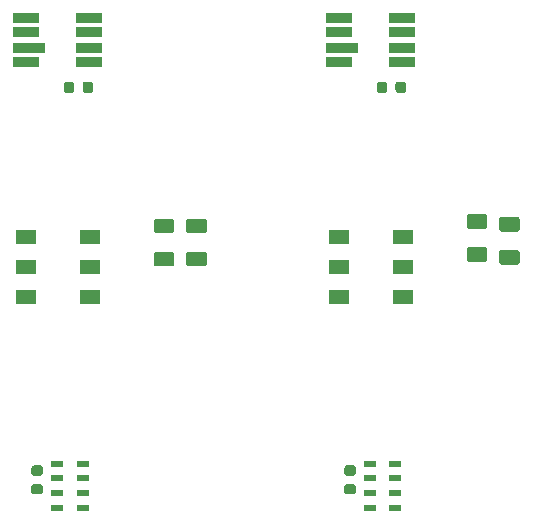
<source format=gbr>
G04 #@! TF.GenerationSoftware,KiCad,Pcbnew,(5.1.4)-1*
G04 #@! TF.CreationDate,2020-07-05T13:48:23-04:00*
G04 #@! TF.ProjectId,Pressure_sensor_daughterboard-MS5607-MS5803,50726573-7375-4726-955f-73656e736f72,1.2*
G04 #@! TF.SameCoordinates,Original*
G04 #@! TF.FileFunction,Paste,Top*
G04 #@! TF.FilePolarity,Positive*
%FSLAX46Y46*%
G04 Gerber Fmt 4.6, Leading zero omitted, Abs format (unit mm)*
G04 Created by KiCad (PCBNEW (5.1.4)-1) date 2020-07-05 13:48:23*
%MOMM*%
%LPD*%
G04 APERTURE LIST*
%ADD10R,1.100000X0.600000*%
%ADD11R,2.250000X0.900000*%
%ADD12R,2.800000X0.900000*%
%ADD13C,0.100000*%
%ADD14C,1.250000*%
%ADD15R,1.680000X1.270000*%
%ADD16C,0.875000*%
G04 APERTURE END LIST*
D10*
X156600000Y-86125000D03*
X156600000Y-87375000D03*
X156600000Y-88625000D03*
X156600000Y-89875000D03*
X154400000Y-89875000D03*
X154400000Y-88625000D03*
X154400000Y-87375000D03*
X154400000Y-86125000D03*
D11*
X157180000Y-48350000D03*
X157180000Y-49600000D03*
X157180000Y-50900000D03*
X157180000Y-52150000D03*
X151820000Y-52150000D03*
D12*
X152090000Y-50900000D03*
D11*
X151820000Y-49600000D03*
X151820000Y-48350000D03*
D13*
G36*
X166899504Y-68026204D02*
G01*
X166923773Y-68029804D01*
X166947571Y-68035765D01*
X166970671Y-68044030D01*
X166992849Y-68054520D01*
X167013893Y-68067133D01*
X167033598Y-68081747D01*
X167051777Y-68098223D01*
X167068253Y-68116402D01*
X167082867Y-68136107D01*
X167095480Y-68157151D01*
X167105970Y-68179329D01*
X167114235Y-68202429D01*
X167120196Y-68226227D01*
X167123796Y-68250496D01*
X167125000Y-68275000D01*
X167125000Y-69025000D01*
X167123796Y-69049504D01*
X167120196Y-69073773D01*
X167114235Y-69097571D01*
X167105970Y-69120671D01*
X167095480Y-69142849D01*
X167082867Y-69163893D01*
X167068253Y-69183598D01*
X167051777Y-69201777D01*
X167033598Y-69218253D01*
X167013893Y-69232867D01*
X166992849Y-69245480D01*
X166970671Y-69255970D01*
X166947571Y-69264235D01*
X166923773Y-69270196D01*
X166899504Y-69273796D01*
X166875000Y-69275000D01*
X165625000Y-69275000D01*
X165600496Y-69273796D01*
X165576227Y-69270196D01*
X165552429Y-69264235D01*
X165529329Y-69255970D01*
X165507151Y-69245480D01*
X165486107Y-69232867D01*
X165466402Y-69218253D01*
X165448223Y-69201777D01*
X165431747Y-69183598D01*
X165417133Y-69163893D01*
X165404520Y-69142849D01*
X165394030Y-69120671D01*
X165385765Y-69097571D01*
X165379804Y-69073773D01*
X165376204Y-69049504D01*
X165375000Y-69025000D01*
X165375000Y-68275000D01*
X165376204Y-68250496D01*
X165379804Y-68226227D01*
X165385765Y-68202429D01*
X165394030Y-68179329D01*
X165404520Y-68157151D01*
X165417133Y-68136107D01*
X165431747Y-68116402D01*
X165448223Y-68098223D01*
X165466402Y-68081747D01*
X165486107Y-68067133D01*
X165507151Y-68054520D01*
X165529329Y-68044030D01*
X165552429Y-68035765D01*
X165576227Y-68029804D01*
X165600496Y-68026204D01*
X165625000Y-68025000D01*
X166875000Y-68025000D01*
X166899504Y-68026204D01*
X166899504Y-68026204D01*
G37*
D14*
X166250000Y-68650000D03*
D13*
G36*
X166899504Y-65226204D02*
G01*
X166923773Y-65229804D01*
X166947571Y-65235765D01*
X166970671Y-65244030D01*
X166992849Y-65254520D01*
X167013893Y-65267133D01*
X167033598Y-65281747D01*
X167051777Y-65298223D01*
X167068253Y-65316402D01*
X167082867Y-65336107D01*
X167095480Y-65357151D01*
X167105970Y-65379329D01*
X167114235Y-65402429D01*
X167120196Y-65426227D01*
X167123796Y-65450496D01*
X167125000Y-65475000D01*
X167125000Y-66225000D01*
X167123796Y-66249504D01*
X167120196Y-66273773D01*
X167114235Y-66297571D01*
X167105970Y-66320671D01*
X167095480Y-66342849D01*
X167082867Y-66363893D01*
X167068253Y-66383598D01*
X167051777Y-66401777D01*
X167033598Y-66418253D01*
X167013893Y-66432867D01*
X166992849Y-66445480D01*
X166970671Y-66455970D01*
X166947571Y-66464235D01*
X166923773Y-66470196D01*
X166899504Y-66473796D01*
X166875000Y-66475000D01*
X165625000Y-66475000D01*
X165600496Y-66473796D01*
X165576227Y-66470196D01*
X165552429Y-66464235D01*
X165529329Y-66455970D01*
X165507151Y-66445480D01*
X165486107Y-66432867D01*
X165466402Y-66418253D01*
X165448223Y-66401777D01*
X165431747Y-66383598D01*
X165417133Y-66363893D01*
X165404520Y-66342849D01*
X165394030Y-66320671D01*
X165385765Y-66297571D01*
X165379804Y-66273773D01*
X165376204Y-66249504D01*
X165375000Y-66225000D01*
X165375000Y-65475000D01*
X165376204Y-65450496D01*
X165379804Y-65426227D01*
X165385765Y-65402429D01*
X165394030Y-65379329D01*
X165404520Y-65357151D01*
X165417133Y-65336107D01*
X165431747Y-65316402D01*
X165448223Y-65298223D01*
X165466402Y-65281747D01*
X165486107Y-65267133D01*
X165507151Y-65254520D01*
X165529329Y-65244030D01*
X165552429Y-65235765D01*
X165576227Y-65229804D01*
X165600496Y-65226204D01*
X165625000Y-65225000D01*
X166875000Y-65225000D01*
X166899504Y-65226204D01*
X166899504Y-65226204D01*
G37*
D14*
X166250000Y-65850000D03*
D13*
G36*
X164149504Y-67776204D02*
G01*
X164173773Y-67779804D01*
X164197571Y-67785765D01*
X164220671Y-67794030D01*
X164242849Y-67804520D01*
X164263893Y-67817133D01*
X164283598Y-67831747D01*
X164301777Y-67848223D01*
X164318253Y-67866402D01*
X164332867Y-67886107D01*
X164345480Y-67907151D01*
X164355970Y-67929329D01*
X164364235Y-67952429D01*
X164370196Y-67976227D01*
X164373796Y-68000496D01*
X164375000Y-68025000D01*
X164375000Y-68775000D01*
X164373796Y-68799504D01*
X164370196Y-68823773D01*
X164364235Y-68847571D01*
X164355970Y-68870671D01*
X164345480Y-68892849D01*
X164332867Y-68913893D01*
X164318253Y-68933598D01*
X164301777Y-68951777D01*
X164283598Y-68968253D01*
X164263893Y-68982867D01*
X164242849Y-68995480D01*
X164220671Y-69005970D01*
X164197571Y-69014235D01*
X164173773Y-69020196D01*
X164149504Y-69023796D01*
X164125000Y-69025000D01*
X162875000Y-69025000D01*
X162850496Y-69023796D01*
X162826227Y-69020196D01*
X162802429Y-69014235D01*
X162779329Y-69005970D01*
X162757151Y-68995480D01*
X162736107Y-68982867D01*
X162716402Y-68968253D01*
X162698223Y-68951777D01*
X162681747Y-68933598D01*
X162667133Y-68913893D01*
X162654520Y-68892849D01*
X162644030Y-68870671D01*
X162635765Y-68847571D01*
X162629804Y-68823773D01*
X162626204Y-68799504D01*
X162625000Y-68775000D01*
X162625000Y-68025000D01*
X162626204Y-68000496D01*
X162629804Y-67976227D01*
X162635765Y-67952429D01*
X162644030Y-67929329D01*
X162654520Y-67907151D01*
X162667133Y-67886107D01*
X162681747Y-67866402D01*
X162698223Y-67848223D01*
X162716402Y-67831747D01*
X162736107Y-67817133D01*
X162757151Y-67804520D01*
X162779329Y-67794030D01*
X162802429Y-67785765D01*
X162826227Y-67779804D01*
X162850496Y-67776204D01*
X162875000Y-67775000D01*
X164125000Y-67775000D01*
X164149504Y-67776204D01*
X164149504Y-67776204D01*
G37*
D14*
X163500000Y-68400000D03*
D13*
G36*
X164149504Y-64976204D02*
G01*
X164173773Y-64979804D01*
X164197571Y-64985765D01*
X164220671Y-64994030D01*
X164242849Y-65004520D01*
X164263893Y-65017133D01*
X164283598Y-65031747D01*
X164301777Y-65048223D01*
X164318253Y-65066402D01*
X164332867Y-65086107D01*
X164345480Y-65107151D01*
X164355970Y-65129329D01*
X164364235Y-65152429D01*
X164370196Y-65176227D01*
X164373796Y-65200496D01*
X164375000Y-65225000D01*
X164375000Y-65975000D01*
X164373796Y-65999504D01*
X164370196Y-66023773D01*
X164364235Y-66047571D01*
X164355970Y-66070671D01*
X164345480Y-66092849D01*
X164332867Y-66113893D01*
X164318253Y-66133598D01*
X164301777Y-66151777D01*
X164283598Y-66168253D01*
X164263893Y-66182867D01*
X164242849Y-66195480D01*
X164220671Y-66205970D01*
X164197571Y-66214235D01*
X164173773Y-66220196D01*
X164149504Y-66223796D01*
X164125000Y-66225000D01*
X162875000Y-66225000D01*
X162850496Y-66223796D01*
X162826227Y-66220196D01*
X162802429Y-66214235D01*
X162779329Y-66205970D01*
X162757151Y-66195480D01*
X162736107Y-66182867D01*
X162716402Y-66168253D01*
X162698223Y-66151777D01*
X162681747Y-66133598D01*
X162667133Y-66113893D01*
X162654520Y-66092849D01*
X162644030Y-66070671D01*
X162635765Y-66047571D01*
X162629804Y-66023773D01*
X162626204Y-65999504D01*
X162625000Y-65975000D01*
X162625000Y-65225000D01*
X162626204Y-65200496D01*
X162629804Y-65176227D01*
X162635765Y-65152429D01*
X162644030Y-65129329D01*
X162654520Y-65107151D01*
X162667133Y-65086107D01*
X162681747Y-65066402D01*
X162698223Y-65048223D01*
X162716402Y-65031747D01*
X162736107Y-65017133D01*
X162757151Y-65004520D01*
X162779329Y-64994030D01*
X162802429Y-64985765D01*
X162826227Y-64979804D01*
X162850496Y-64976204D01*
X162875000Y-64975000D01*
X164125000Y-64975000D01*
X164149504Y-64976204D01*
X164149504Y-64976204D01*
G37*
D14*
X163500000Y-65600000D03*
D15*
X151780000Y-72040000D03*
X151780000Y-69500000D03*
X151780000Y-66960000D03*
X157220000Y-72040000D03*
X157220000Y-69500000D03*
X157220000Y-66960000D03*
D13*
G36*
X153027691Y-86276053D02*
G01*
X153048926Y-86279203D01*
X153069750Y-86284419D01*
X153089962Y-86291651D01*
X153109368Y-86300830D01*
X153127781Y-86311866D01*
X153145024Y-86324654D01*
X153160930Y-86339070D01*
X153175346Y-86354976D01*
X153188134Y-86372219D01*
X153199170Y-86390632D01*
X153208349Y-86410038D01*
X153215581Y-86430250D01*
X153220797Y-86451074D01*
X153223947Y-86472309D01*
X153225000Y-86493750D01*
X153225000Y-86931250D01*
X153223947Y-86952691D01*
X153220797Y-86973926D01*
X153215581Y-86994750D01*
X153208349Y-87014962D01*
X153199170Y-87034368D01*
X153188134Y-87052781D01*
X153175346Y-87070024D01*
X153160930Y-87085930D01*
X153145024Y-87100346D01*
X153127781Y-87113134D01*
X153109368Y-87124170D01*
X153089962Y-87133349D01*
X153069750Y-87140581D01*
X153048926Y-87145797D01*
X153027691Y-87148947D01*
X153006250Y-87150000D01*
X152493750Y-87150000D01*
X152472309Y-87148947D01*
X152451074Y-87145797D01*
X152430250Y-87140581D01*
X152410038Y-87133349D01*
X152390632Y-87124170D01*
X152372219Y-87113134D01*
X152354976Y-87100346D01*
X152339070Y-87085930D01*
X152324654Y-87070024D01*
X152311866Y-87052781D01*
X152300830Y-87034368D01*
X152291651Y-87014962D01*
X152284419Y-86994750D01*
X152279203Y-86973926D01*
X152276053Y-86952691D01*
X152275000Y-86931250D01*
X152275000Y-86493750D01*
X152276053Y-86472309D01*
X152279203Y-86451074D01*
X152284419Y-86430250D01*
X152291651Y-86410038D01*
X152300830Y-86390632D01*
X152311866Y-86372219D01*
X152324654Y-86354976D01*
X152339070Y-86339070D01*
X152354976Y-86324654D01*
X152372219Y-86311866D01*
X152390632Y-86300830D01*
X152410038Y-86291651D01*
X152430250Y-86284419D01*
X152451074Y-86279203D01*
X152472309Y-86276053D01*
X152493750Y-86275000D01*
X153006250Y-86275000D01*
X153027691Y-86276053D01*
X153027691Y-86276053D01*
G37*
D16*
X152750000Y-86712500D03*
D13*
G36*
X153027691Y-87851053D02*
G01*
X153048926Y-87854203D01*
X153069750Y-87859419D01*
X153089962Y-87866651D01*
X153109368Y-87875830D01*
X153127781Y-87886866D01*
X153145024Y-87899654D01*
X153160930Y-87914070D01*
X153175346Y-87929976D01*
X153188134Y-87947219D01*
X153199170Y-87965632D01*
X153208349Y-87985038D01*
X153215581Y-88005250D01*
X153220797Y-88026074D01*
X153223947Y-88047309D01*
X153225000Y-88068750D01*
X153225000Y-88506250D01*
X153223947Y-88527691D01*
X153220797Y-88548926D01*
X153215581Y-88569750D01*
X153208349Y-88589962D01*
X153199170Y-88609368D01*
X153188134Y-88627781D01*
X153175346Y-88645024D01*
X153160930Y-88660930D01*
X153145024Y-88675346D01*
X153127781Y-88688134D01*
X153109368Y-88699170D01*
X153089962Y-88708349D01*
X153069750Y-88715581D01*
X153048926Y-88720797D01*
X153027691Y-88723947D01*
X153006250Y-88725000D01*
X152493750Y-88725000D01*
X152472309Y-88723947D01*
X152451074Y-88720797D01*
X152430250Y-88715581D01*
X152410038Y-88708349D01*
X152390632Y-88699170D01*
X152372219Y-88688134D01*
X152354976Y-88675346D01*
X152339070Y-88660930D01*
X152324654Y-88645024D01*
X152311866Y-88627781D01*
X152300830Y-88609368D01*
X152291651Y-88589962D01*
X152284419Y-88569750D01*
X152279203Y-88548926D01*
X152276053Y-88527691D01*
X152275000Y-88506250D01*
X152275000Y-88068750D01*
X152276053Y-88047309D01*
X152279203Y-88026074D01*
X152284419Y-88005250D01*
X152291651Y-87985038D01*
X152300830Y-87965632D01*
X152311866Y-87947219D01*
X152324654Y-87929976D01*
X152339070Y-87914070D01*
X152354976Y-87899654D01*
X152372219Y-87886866D01*
X152390632Y-87875830D01*
X152410038Y-87866651D01*
X152430250Y-87859419D01*
X152451074Y-87854203D01*
X152472309Y-87851053D01*
X152493750Y-87850000D01*
X153006250Y-87850000D01*
X153027691Y-87851053D01*
X153027691Y-87851053D01*
G37*
D16*
X152750000Y-88287500D03*
D13*
G36*
X157277691Y-53776053D02*
G01*
X157298926Y-53779203D01*
X157319750Y-53784419D01*
X157339962Y-53791651D01*
X157359368Y-53800830D01*
X157377781Y-53811866D01*
X157395024Y-53824654D01*
X157410930Y-53839070D01*
X157425346Y-53854976D01*
X157438134Y-53872219D01*
X157449170Y-53890632D01*
X157458349Y-53910038D01*
X157465581Y-53930250D01*
X157470797Y-53951074D01*
X157473947Y-53972309D01*
X157475000Y-53993750D01*
X157475000Y-54506250D01*
X157473947Y-54527691D01*
X157470797Y-54548926D01*
X157465581Y-54569750D01*
X157458349Y-54589962D01*
X157449170Y-54609368D01*
X157438134Y-54627781D01*
X157425346Y-54645024D01*
X157410930Y-54660930D01*
X157395024Y-54675346D01*
X157377781Y-54688134D01*
X157359368Y-54699170D01*
X157339962Y-54708349D01*
X157319750Y-54715581D01*
X157298926Y-54720797D01*
X157277691Y-54723947D01*
X157256250Y-54725000D01*
X156818750Y-54725000D01*
X156797309Y-54723947D01*
X156776074Y-54720797D01*
X156755250Y-54715581D01*
X156735038Y-54708349D01*
X156715632Y-54699170D01*
X156697219Y-54688134D01*
X156679976Y-54675346D01*
X156664070Y-54660930D01*
X156649654Y-54645024D01*
X156636866Y-54627781D01*
X156625830Y-54609368D01*
X156616651Y-54589962D01*
X156609419Y-54569750D01*
X156604203Y-54548926D01*
X156601053Y-54527691D01*
X156600000Y-54506250D01*
X156600000Y-53993750D01*
X156601053Y-53972309D01*
X156604203Y-53951074D01*
X156609419Y-53930250D01*
X156616651Y-53910038D01*
X156625830Y-53890632D01*
X156636866Y-53872219D01*
X156649654Y-53854976D01*
X156664070Y-53839070D01*
X156679976Y-53824654D01*
X156697219Y-53811866D01*
X156715632Y-53800830D01*
X156735038Y-53791651D01*
X156755250Y-53784419D01*
X156776074Y-53779203D01*
X156797309Y-53776053D01*
X156818750Y-53775000D01*
X157256250Y-53775000D01*
X157277691Y-53776053D01*
X157277691Y-53776053D01*
G37*
D16*
X157037500Y-54250000D03*
D13*
G36*
X155702691Y-53776053D02*
G01*
X155723926Y-53779203D01*
X155744750Y-53784419D01*
X155764962Y-53791651D01*
X155784368Y-53800830D01*
X155802781Y-53811866D01*
X155820024Y-53824654D01*
X155835930Y-53839070D01*
X155850346Y-53854976D01*
X155863134Y-53872219D01*
X155874170Y-53890632D01*
X155883349Y-53910038D01*
X155890581Y-53930250D01*
X155895797Y-53951074D01*
X155898947Y-53972309D01*
X155900000Y-53993750D01*
X155900000Y-54506250D01*
X155898947Y-54527691D01*
X155895797Y-54548926D01*
X155890581Y-54569750D01*
X155883349Y-54589962D01*
X155874170Y-54609368D01*
X155863134Y-54627781D01*
X155850346Y-54645024D01*
X155835930Y-54660930D01*
X155820024Y-54675346D01*
X155802781Y-54688134D01*
X155784368Y-54699170D01*
X155764962Y-54708349D01*
X155744750Y-54715581D01*
X155723926Y-54720797D01*
X155702691Y-54723947D01*
X155681250Y-54725000D01*
X155243750Y-54725000D01*
X155222309Y-54723947D01*
X155201074Y-54720797D01*
X155180250Y-54715581D01*
X155160038Y-54708349D01*
X155140632Y-54699170D01*
X155122219Y-54688134D01*
X155104976Y-54675346D01*
X155089070Y-54660930D01*
X155074654Y-54645024D01*
X155061866Y-54627781D01*
X155050830Y-54609368D01*
X155041651Y-54589962D01*
X155034419Y-54569750D01*
X155029203Y-54548926D01*
X155026053Y-54527691D01*
X155025000Y-54506250D01*
X155025000Y-53993750D01*
X155026053Y-53972309D01*
X155029203Y-53951074D01*
X155034419Y-53930250D01*
X155041651Y-53910038D01*
X155050830Y-53890632D01*
X155061866Y-53872219D01*
X155074654Y-53854976D01*
X155089070Y-53839070D01*
X155104976Y-53824654D01*
X155122219Y-53811866D01*
X155140632Y-53800830D01*
X155160038Y-53791651D01*
X155180250Y-53784419D01*
X155201074Y-53779203D01*
X155222309Y-53776053D01*
X155243750Y-53775000D01*
X155681250Y-53775000D01*
X155702691Y-53776053D01*
X155702691Y-53776053D01*
G37*
D16*
X155462500Y-54250000D03*
D15*
X125280000Y-72040000D03*
X125280000Y-69500000D03*
X125280000Y-66960000D03*
X130720000Y-72040000D03*
X130720000Y-69500000D03*
X130720000Y-66960000D03*
D13*
G36*
X130777691Y-53776053D02*
G01*
X130798926Y-53779203D01*
X130819750Y-53784419D01*
X130839962Y-53791651D01*
X130859368Y-53800830D01*
X130877781Y-53811866D01*
X130895024Y-53824654D01*
X130910930Y-53839070D01*
X130925346Y-53854976D01*
X130938134Y-53872219D01*
X130949170Y-53890632D01*
X130958349Y-53910038D01*
X130965581Y-53930250D01*
X130970797Y-53951074D01*
X130973947Y-53972309D01*
X130975000Y-53993750D01*
X130975000Y-54506250D01*
X130973947Y-54527691D01*
X130970797Y-54548926D01*
X130965581Y-54569750D01*
X130958349Y-54589962D01*
X130949170Y-54609368D01*
X130938134Y-54627781D01*
X130925346Y-54645024D01*
X130910930Y-54660930D01*
X130895024Y-54675346D01*
X130877781Y-54688134D01*
X130859368Y-54699170D01*
X130839962Y-54708349D01*
X130819750Y-54715581D01*
X130798926Y-54720797D01*
X130777691Y-54723947D01*
X130756250Y-54725000D01*
X130318750Y-54725000D01*
X130297309Y-54723947D01*
X130276074Y-54720797D01*
X130255250Y-54715581D01*
X130235038Y-54708349D01*
X130215632Y-54699170D01*
X130197219Y-54688134D01*
X130179976Y-54675346D01*
X130164070Y-54660930D01*
X130149654Y-54645024D01*
X130136866Y-54627781D01*
X130125830Y-54609368D01*
X130116651Y-54589962D01*
X130109419Y-54569750D01*
X130104203Y-54548926D01*
X130101053Y-54527691D01*
X130100000Y-54506250D01*
X130100000Y-53993750D01*
X130101053Y-53972309D01*
X130104203Y-53951074D01*
X130109419Y-53930250D01*
X130116651Y-53910038D01*
X130125830Y-53890632D01*
X130136866Y-53872219D01*
X130149654Y-53854976D01*
X130164070Y-53839070D01*
X130179976Y-53824654D01*
X130197219Y-53811866D01*
X130215632Y-53800830D01*
X130235038Y-53791651D01*
X130255250Y-53784419D01*
X130276074Y-53779203D01*
X130297309Y-53776053D01*
X130318750Y-53775000D01*
X130756250Y-53775000D01*
X130777691Y-53776053D01*
X130777691Y-53776053D01*
G37*
D16*
X130537500Y-54250000D03*
D13*
G36*
X129202691Y-53776053D02*
G01*
X129223926Y-53779203D01*
X129244750Y-53784419D01*
X129264962Y-53791651D01*
X129284368Y-53800830D01*
X129302781Y-53811866D01*
X129320024Y-53824654D01*
X129335930Y-53839070D01*
X129350346Y-53854976D01*
X129363134Y-53872219D01*
X129374170Y-53890632D01*
X129383349Y-53910038D01*
X129390581Y-53930250D01*
X129395797Y-53951074D01*
X129398947Y-53972309D01*
X129400000Y-53993750D01*
X129400000Y-54506250D01*
X129398947Y-54527691D01*
X129395797Y-54548926D01*
X129390581Y-54569750D01*
X129383349Y-54589962D01*
X129374170Y-54609368D01*
X129363134Y-54627781D01*
X129350346Y-54645024D01*
X129335930Y-54660930D01*
X129320024Y-54675346D01*
X129302781Y-54688134D01*
X129284368Y-54699170D01*
X129264962Y-54708349D01*
X129244750Y-54715581D01*
X129223926Y-54720797D01*
X129202691Y-54723947D01*
X129181250Y-54725000D01*
X128743750Y-54725000D01*
X128722309Y-54723947D01*
X128701074Y-54720797D01*
X128680250Y-54715581D01*
X128660038Y-54708349D01*
X128640632Y-54699170D01*
X128622219Y-54688134D01*
X128604976Y-54675346D01*
X128589070Y-54660930D01*
X128574654Y-54645024D01*
X128561866Y-54627781D01*
X128550830Y-54609368D01*
X128541651Y-54589962D01*
X128534419Y-54569750D01*
X128529203Y-54548926D01*
X128526053Y-54527691D01*
X128525000Y-54506250D01*
X128525000Y-53993750D01*
X128526053Y-53972309D01*
X128529203Y-53951074D01*
X128534419Y-53930250D01*
X128541651Y-53910038D01*
X128550830Y-53890632D01*
X128561866Y-53872219D01*
X128574654Y-53854976D01*
X128589070Y-53839070D01*
X128604976Y-53824654D01*
X128622219Y-53811866D01*
X128640632Y-53800830D01*
X128660038Y-53791651D01*
X128680250Y-53784419D01*
X128701074Y-53779203D01*
X128722309Y-53776053D01*
X128743750Y-53775000D01*
X129181250Y-53775000D01*
X129202691Y-53776053D01*
X129202691Y-53776053D01*
G37*
D16*
X128962500Y-54250000D03*
D11*
X130680000Y-48350000D03*
X130680000Y-49600000D03*
X130680000Y-50900000D03*
X130680000Y-52150000D03*
X125320000Y-52150000D03*
D12*
X125590000Y-50900000D03*
D11*
X125320000Y-49600000D03*
X125320000Y-48350000D03*
D10*
X130100000Y-86125000D03*
X130100000Y-87375000D03*
X130100000Y-88625000D03*
X130100000Y-89875000D03*
X127900000Y-89875000D03*
X127900000Y-88625000D03*
X127900000Y-87375000D03*
X127900000Y-86125000D03*
D13*
G36*
X140399504Y-68176204D02*
G01*
X140423773Y-68179804D01*
X140447571Y-68185765D01*
X140470671Y-68194030D01*
X140492849Y-68204520D01*
X140513893Y-68217133D01*
X140533598Y-68231747D01*
X140551777Y-68248223D01*
X140568253Y-68266402D01*
X140582867Y-68286107D01*
X140595480Y-68307151D01*
X140605970Y-68329329D01*
X140614235Y-68352429D01*
X140620196Y-68376227D01*
X140623796Y-68400496D01*
X140625000Y-68425000D01*
X140625000Y-69175000D01*
X140623796Y-69199504D01*
X140620196Y-69223773D01*
X140614235Y-69247571D01*
X140605970Y-69270671D01*
X140595480Y-69292849D01*
X140582867Y-69313893D01*
X140568253Y-69333598D01*
X140551777Y-69351777D01*
X140533598Y-69368253D01*
X140513893Y-69382867D01*
X140492849Y-69395480D01*
X140470671Y-69405970D01*
X140447571Y-69414235D01*
X140423773Y-69420196D01*
X140399504Y-69423796D01*
X140375000Y-69425000D01*
X139125000Y-69425000D01*
X139100496Y-69423796D01*
X139076227Y-69420196D01*
X139052429Y-69414235D01*
X139029329Y-69405970D01*
X139007151Y-69395480D01*
X138986107Y-69382867D01*
X138966402Y-69368253D01*
X138948223Y-69351777D01*
X138931747Y-69333598D01*
X138917133Y-69313893D01*
X138904520Y-69292849D01*
X138894030Y-69270671D01*
X138885765Y-69247571D01*
X138879804Y-69223773D01*
X138876204Y-69199504D01*
X138875000Y-69175000D01*
X138875000Y-68425000D01*
X138876204Y-68400496D01*
X138879804Y-68376227D01*
X138885765Y-68352429D01*
X138894030Y-68329329D01*
X138904520Y-68307151D01*
X138917133Y-68286107D01*
X138931747Y-68266402D01*
X138948223Y-68248223D01*
X138966402Y-68231747D01*
X138986107Y-68217133D01*
X139007151Y-68204520D01*
X139029329Y-68194030D01*
X139052429Y-68185765D01*
X139076227Y-68179804D01*
X139100496Y-68176204D01*
X139125000Y-68175000D01*
X140375000Y-68175000D01*
X140399504Y-68176204D01*
X140399504Y-68176204D01*
G37*
D14*
X139750000Y-68800000D03*
D13*
G36*
X140399504Y-65376204D02*
G01*
X140423773Y-65379804D01*
X140447571Y-65385765D01*
X140470671Y-65394030D01*
X140492849Y-65404520D01*
X140513893Y-65417133D01*
X140533598Y-65431747D01*
X140551777Y-65448223D01*
X140568253Y-65466402D01*
X140582867Y-65486107D01*
X140595480Y-65507151D01*
X140605970Y-65529329D01*
X140614235Y-65552429D01*
X140620196Y-65576227D01*
X140623796Y-65600496D01*
X140625000Y-65625000D01*
X140625000Y-66375000D01*
X140623796Y-66399504D01*
X140620196Y-66423773D01*
X140614235Y-66447571D01*
X140605970Y-66470671D01*
X140595480Y-66492849D01*
X140582867Y-66513893D01*
X140568253Y-66533598D01*
X140551777Y-66551777D01*
X140533598Y-66568253D01*
X140513893Y-66582867D01*
X140492849Y-66595480D01*
X140470671Y-66605970D01*
X140447571Y-66614235D01*
X140423773Y-66620196D01*
X140399504Y-66623796D01*
X140375000Y-66625000D01*
X139125000Y-66625000D01*
X139100496Y-66623796D01*
X139076227Y-66620196D01*
X139052429Y-66614235D01*
X139029329Y-66605970D01*
X139007151Y-66595480D01*
X138986107Y-66582867D01*
X138966402Y-66568253D01*
X138948223Y-66551777D01*
X138931747Y-66533598D01*
X138917133Y-66513893D01*
X138904520Y-66492849D01*
X138894030Y-66470671D01*
X138885765Y-66447571D01*
X138879804Y-66423773D01*
X138876204Y-66399504D01*
X138875000Y-66375000D01*
X138875000Y-65625000D01*
X138876204Y-65600496D01*
X138879804Y-65576227D01*
X138885765Y-65552429D01*
X138894030Y-65529329D01*
X138904520Y-65507151D01*
X138917133Y-65486107D01*
X138931747Y-65466402D01*
X138948223Y-65448223D01*
X138966402Y-65431747D01*
X138986107Y-65417133D01*
X139007151Y-65404520D01*
X139029329Y-65394030D01*
X139052429Y-65385765D01*
X139076227Y-65379804D01*
X139100496Y-65376204D01*
X139125000Y-65375000D01*
X140375000Y-65375000D01*
X140399504Y-65376204D01*
X140399504Y-65376204D01*
G37*
D14*
X139750000Y-66000000D03*
D13*
G36*
X137649504Y-68176204D02*
G01*
X137673773Y-68179804D01*
X137697571Y-68185765D01*
X137720671Y-68194030D01*
X137742849Y-68204520D01*
X137763893Y-68217133D01*
X137783598Y-68231747D01*
X137801777Y-68248223D01*
X137818253Y-68266402D01*
X137832867Y-68286107D01*
X137845480Y-68307151D01*
X137855970Y-68329329D01*
X137864235Y-68352429D01*
X137870196Y-68376227D01*
X137873796Y-68400496D01*
X137875000Y-68425000D01*
X137875000Y-69175000D01*
X137873796Y-69199504D01*
X137870196Y-69223773D01*
X137864235Y-69247571D01*
X137855970Y-69270671D01*
X137845480Y-69292849D01*
X137832867Y-69313893D01*
X137818253Y-69333598D01*
X137801777Y-69351777D01*
X137783598Y-69368253D01*
X137763893Y-69382867D01*
X137742849Y-69395480D01*
X137720671Y-69405970D01*
X137697571Y-69414235D01*
X137673773Y-69420196D01*
X137649504Y-69423796D01*
X137625000Y-69425000D01*
X136375000Y-69425000D01*
X136350496Y-69423796D01*
X136326227Y-69420196D01*
X136302429Y-69414235D01*
X136279329Y-69405970D01*
X136257151Y-69395480D01*
X136236107Y-69382867D01*
X136216402Y-69368253D01*
X136198223Y-69351777D01*
X136181747Y-69333598D01*
X136167133Y-69313893D01*
X136154520Y-69292849D01*
X136144030Y-69270671D01*
X136135765Y-69247571D01*
X136129804Y-69223773D01*
X136126204Y-69199504D01*
X136125000Y-69175000D01*
X136125000Y-68425000D01*
X136126204Y-68400496D01*
X136129804Y-68376227D01*
X136135765Y-68352429D01*
X136144030Y-68329329D01*
X136154520Y-68307151D01*
X136167133Y-68286107D01*
X136181747Y-68266402D01*
X136198223Y-68248223D01*
X136216402Y-68231747D01*
X136236107Y-68217133D01*
X136257151Y-68204520D01*
X136279329Y-68194030D01*
X136302429Y-68185765D01*
X136326227Y-68179804D01*
X136350496Y-68176204D01*
X136375000Y-68175000D01*
X137625000Y-68175000D01*
X137649504Y-68176204D01*
X137649504Y-68176204D01*
G37*
D14*
X137000000Y-68800000D03*
D13*
G36*
X137649504Y-65376204D02*
G01*
X137673773Y-65379804D01*
X137697571Y-65385765D01*
X137720671Y-65394030D01*
X137742849Y-65404520D01*
X137763893Y-65417133D01*
X137783598Y-65431747D01*
X137801777Y-65448223D01*
X137818253Y-65466402D01*
X137832867Y-65486107D01*
X137845480Y-65507151D01*
X137855970Y-65529329D01*
X137864235Y-65552429D01*
X137870196Y-65576227D01*
X137873796Y-65600496D01*
X137875000Y-65625000D01*
X137875000Y-66375000D01*
X137873796Y-66399504D01*
X137870196Y-66423773D01*
X137864235Y-66447571D01*
X137855970Y-66470671D01*
X137845480Y-66492849D01*
X137832867Y-66513893D01*
X137818253Y-66533598D01*
X137801777Y-66551777D01*
X137783598Y-66568253D01*
X137763893Y-66582867D01*
X137742849Y-66595480D01*
X137720671Y-66605970D01*
X137697571Y-66614235D01*
X137673773Y-66620196D01*
X137649504Y-66623796D01*
X137625000Y-66625000D01*
X136375000Y-66625000D01*
X136350496Y-66623796D01*
X136326227Y-66620196D01*
X136302429Y-66614235D01*
X136279329Y-66605970D01*
X136257151Y-66595480D01*
X136236107Y-66582867D01*
X136216402Y-66568253D01*
X136198223Y-66551777D01*
X136181747Y-66533598D01*
X136167133Y-66513893D01*
X136154520Y-66492849D01*
X136144030Y-66470671D01*
X136135765Y-66447571D01*
X136129804Y-66423773D01*
X136126204Y-66399504D01*
X136125000Y-66375000D01*
X136125000Y-65625000D01*
X136126204Y-65600496D01*
X136129804Y-65576227D01*
X136135765Y-65552429D01*
X136144030Y-65529329D01*
X136154520Y-65507151D01*
X136167133Y-65486107D01*
X136181747Y-65466402D01*
X136198223Y-65448223D01*
X136216402Y-65431747D01*
X136236107Y-65417133D01*
X136257151Y-65404520D01*
X136279329Y-65394030D01*
X136302429Y-65385765D01*
X136326227Y-65379804D01*
X136350496Y-65376204D01*
X136375000Y-65375000D01*
X137625000Y-65375000D01*
X137649504Y-65376204D01*
X137649504Y-65376204D01*
G37*
D14*
X137000000Y-66000000D03*
D13*
G36*
X126527691Y-86276053D02*
G01*
X126548926Y-86279203D01*
X126569750Y-86284419D01*
X126589962Y-86291651D01*
X126609368Y-86300830D01*
X126627781Y-86311866D01*
X126645024Y-86324654D01*
X126660930Y-86339070D01*
X126675346Y-86354976D01*
X126688134Y-86372219D01*
X126699170Y-86390632D01*
X126708349Y-86410038D01*
X126715581Y-86430250D01*
X126720797Y-86451074D01*
X126723947Y-86472309D01*
X126725000Y-86493750D01*
X126725000Y-86931250D01*
X126723947Y-86952691D01*
X126720797Y-86973926D01*
X126715581Y-86994750D01*
X126708349Y-87014962D01*
X126699170Y-87034368D01*
X126688134Y-87052781D01*
X126675346Y-87070024D01*
X126660930Y-87085930D01*
X126645024Y-87100346D01*
X126627781Y-87113134D01*
X126609368Y-87124170D01*
X126589962Y-87133349D01*
X126569750Y-87140581D01*
X126548926Y-87145797D01*
X126527691Y-87148947D01*
X126506250Y-87150000D01*
X125993750Y-87150000D01*
X125972309Y-87148947D01*
X125951074Y-87145797D01*
X125930250Y-87140581D01*
X125910038Y-87133349D01*
X125890632Y-87124170D01*
X125872219Y-87113134D01*
X125854976Y-87100346D01*
X125839070Y-87085930D01*
X125824654Y-87070024D01*
X125811866Y-87052781D01*
X125800830Y-87034368D01*
X125791651Y-87014962D01*
X125784419Y-86994750D01*
X125779203Y-86973926D01*
X125776053Y-86952691D01*
X125775000Y-86931250D01*
X125775000Y-86493750D01*
X125776053Y-86472309D01*
X125779203Y-86451074D01*
X125784419Y-86430250D01*
X125791651Y-86410038D01*
X125800830Y-86390632D01*
X125811866Y-86372219D01*
X125824654Y-86354976D01*
X125839070Y-86339070D01*
X125854976Y-86324654D01*
X125872219Y-86311866D01*
X125890632Y-86300830D01*
X125910038Y-86291651D01*
X125930250Y-86284419D01*
X125951074Y-86279203D01*
X125972309Y-86276053D01*
X125993750Y-86275000D01*
X126506250Y-86275000D01*
X126527691Y-86276053D01*
X126527691Y-86276053D01*
G37*
D16*
X126250000Y-86712500D03*
D13*
G36*
X126527691Y-87851053D02*
G01*
X126548926Y-87854203D01*
X126569750Y-87859419D01*
X126589962Y-87866651D01*
X126609368Y-87875830D01*
X126627781Y-87886866D01*
X126645024Y-87899654D01*
X126660930Y-87914070D01*
X126675346Y-87929976D01*
X126688134Y-87947219D01*
X126699170Y-87965632D01*
X126708349Y-87985038D01*
X126715581Y-88005250D01*
X126720797Y-88026074D01*
X126723947Y-88047309D01*
X126725000Y-88068750D01*
X126725000Y-88506250D01*
X126723947Y-88527691D01*
X126720797Y-88548926D01*
X126715581Y-88569750D01*
X126708349Y-88589962D01*
X126699170Y-88609368D01*
X126688134Y-88627781D01*
X126675346Y-88645024D01*
X126660930Y-88660930D01*
X126645024Y-88675346D01*
X126627781Y-88688134D01*
X126609368Y-88699170D01*
X126589962Y-88708349D01*
X126569750Y-88715581D01*
X126548926Y-88720797D01*
X126527691Y-88723947D01*
X126506250Y-88725000D01*
X125993750Y-88725000D01*
X125972309Y-88723947D01*
X125951074Y-88720797D01*
X125930250Y-88715581D01*
X125910038Y-88708349D01*
X125890632Y-88699170D01*
X125872219Y-88688134D01*
X125854976Y-88675346D01*
X125839070Y-88660930D01*
X125824654Y-88645024D01*
X125811866Y-88627781D01*
X125800830Y-88609368D01*
X125791651Y-88589962D01*
X125784419Y-88569750D01*
X125779203Y-88548926D01*
X125776053Y-88527691D01*
X125775000Y-88506250D01*
X125775000Y-88068750D01*
X125776053Y-88047309D01*
X125779203Y-88026074D01*
X125784419Y-88005250D01*
X125791651Y-87985038D01*
X125800830Y-87965632D01*
X125811866Y-87947219D01*
X125824654Y-87929976D01*
X125839070Y-87914070D01*
X125854976Y-87899654D01*
X125872219Y-87886866D01*
X125890632Y-87875830D01*
X125910038Y-87866651D01*
X125930250Y-87859419D01*
X125951074Y-87854203D01*
X125972309Y-87851053D01*
X125993750Y-87850000D01*
X126506250Y-87850000D01*
X126527691Y-87851053D01*
X126527691Y-87851053D01*
G37*
D16*
X126250000Y-88287500D03*
M02*

</source>
